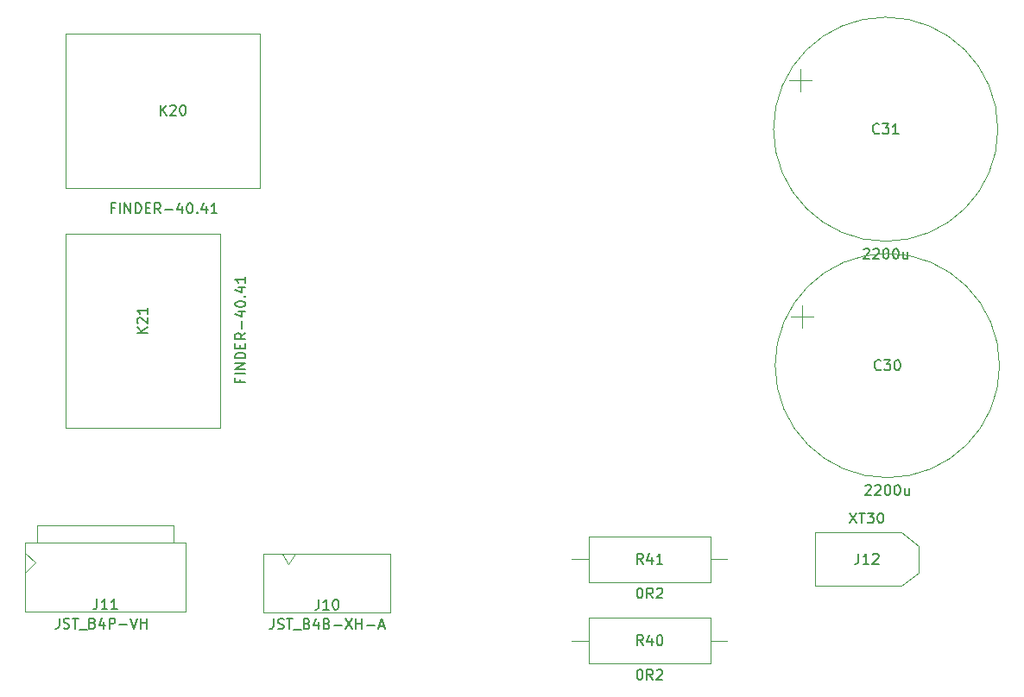
<source format=gbr>
%TF.GenerationSoftware,KiCad,Pcbnew,8.0.7-8.0.7-0~ubuntu20.04.1*%
%TF.CreationDate,2024-12-27T01:05:19+01:00*%
%TF.ProjectId,pcb_power,7063625f-706f-4776-9572-2e6b69636164,1.0.0*%
%TF.SameCoordinates,Original*%
%TF.FileFunction,AssemblyDrawing,Top*%
%FSLAX46Y46*%
G04 Gerber Fmt 4.6, Leading zero omitted, Abs format (unit mm)*
G04 Created by KiCad (PCBNEW 8.0.7-8.0.7-0~ubuntu20.04.1) date 2024-12-27 01:05:19*
%MOMM*%
%LPD*%
G01*
G04 APERTURE LIST*
%ADD10C,0.150000*%
%ADD11C,0.100000*%
G04 APERTURE END LIST*
D10*
X118676190Y-93324819D02*
X118771428Y-93324819D01*
X118771428Y-93324819D02*
X118866666Y-93372438D01*
X118866666Y-93372438D02*
X118914285Y-93420057D01*
X118914285Y-93420057D02*
X118961904Y-93515295D01*
X118961904Y-93515295D02*
X119009523Y-93705771D01*
X119009523Y-93705771D02*
X119009523Y-93943866D01*
X119009523Y-93943866D02*
X118961904Y-94134342D01*
X118961904Y-94134342D02*
X118914285Y-94229580D01*
X118914285Y-94229580D02*
X118866666Y-94277200D01*
X118866666Y-94277200D02*
X118771428Y-94324819D01*
X118771428Y-94324819D02*
X118676190Y-94324819D01*
X118676190Y-94324819D02*
X118580952Y-94277200D01*
X118580952Y-94277200D02*
X118533333Y-94229580D01*
X118533333Y-94229580D02*
X118485714Y-94134342D01*
X118485714Y-94134342D02*
X118438095Y-93943866D01*
X118438095Y-93943866D02*
X118438095Y-93705771D01*
X118438095Y-93705771D02*
X118485714Y-93515295D01*
X118485714Y-93515295D02*
X118533333Y-93420057D01*
X118533333Y-93420057D02*
X118580952Y-93372438D01*
X118580952Y-93372438D02*
X118676190Y-93324819D01*
X120009523Y-94324819D02*
X119676190Y-93848628D01*
X119438095Y-94324819D02*
X119438095Y-93324819D01*
X119438095Y-93324819D02*
X119819047Y-93324819D01*
X119819047Y-93324819D02*
X119914285Y-93372438D01*
X119914285Y-93372438D02*
X119961904Y-93420057D01*
X119961904Y-93420057D02*
X120009523Y-93515295D01*
X120009523Y-93515295D02*
X120009523Y-93658152D01*
X120009523Y-93658152D02*
X119961904Y-93753390D01*
X119961904Y-93753390D02*
X119914285Y-93801009D01*
X119914285Y-93801009D02*
X119819047Y-93848628D01*
X119819047Y-93848628D02*
X119438095Y-93848628D01*
X120390476Y-93420057D02*
X120438095Y-93372438D01*
X120438095Y-93372438D02*
X120533333Y-93324819D01*
X120533333Y-93324819D02*
X120771428Y-93324819D01*
X120771428Y-93324819D02*
X120866666Y-93372438D01*
X120866666Y-93372438D02*
X120914285Y-93420057D01*
X120914285Y-93420057D02*
X120961904Y-93515295D01*
X120961904Y-93515295D02*
X120961904Y-93610533D01*
X120961904Y-93610533D02*
X120914285Y-93753390D01*
X120914285Y-93753390D02*
X120342857Y-94324819D01*
X120342857Y-94324819D02*
X120961904Y-94324819D01*
X119057142Y-90954819D02*
X118723809Y-90478628D01*
X118485714Y-90954819D02*
X118485714Y-89954819D01*
X118485714Y-89954819D02*
X118866666Y-89954819D01*
X118866666Y-89954819D02*
X118961904Y-90002438D01*
X118961904Y-90002438D02*
X119009523Y-90050057D01*
X119009523Y-90050057D02*
X119057142Y-90145295D01*
X119057142Y-90145295D02*
X119057142Y-90288152D01*
X119057142Y-90288152D02*
X119009523Y-90383390D01*
X119009523Y-90383390D02*
X118961904Y-90431009D01*
X118961904Y-90431009D02*
X118866666Y-90478628D01*
X118866666Y-90478628D02*
X118485714Y-90478628D01*
X119914285Y-90288152D02*
X119914285Y-90954819D01*
X119676190Y-89907200D02*
X119438095Y-90621485D01*
X119438095Y-90621485D02*
X120057142Y-90621485D01*
X120628571Y-89954819D02*
X120723809Y-89954819D01*
X120723809Y-89954819D02*
X120819047Y-90002438D01*
X120819047Y-90002438D02*
X120866666Y-90050057D01*
X120866666Y-90050057D02*
X120914285Y-90145295D01*
X120914285Y-90145295D02*
X120961904Y-90335771D01*
X120961904Y-90335771D02*
X120961904Y-90573866D01*
X120961904Y-90573866D02*
X120914285Y-90764342D01*
X120914285Y-90764342D02*
X120866666Y-90859580D01*
X120866666Y-90859580D02*
X120819047Y-90907200D01*
X120819047Y-90907200D02*
X120723809Y-90954819D01*
X120723809Y-90954819D02*
X120628571Y-90954819D01*
X120628571Y-90954819D02*
X120533333Y-90907200D01*
X120533333Y-90907200D02*
X120485714Y-90859580D01*
X120485714Y-90859580D02*
X120438095Y-90764342D01*
X120438095Y-90764342D02*
X120390476Y-90573866D01*
X120390476Y-90573866D02*
X120390476Y-90335771D01*
X120390476Y-90335771D02*
X120438095Y-90145295D01*
X120438095Y-90145295D02*
X120485714Y-90050057D01*
X120485714Y-90050057D02*
X120533333Y-90002438D01*
X120533333Y-90002438D02*
X120628571Y-89954819D01*
X140675502Y-52100057D02*
X140723121Y-52052438D01*
X140723121Y-52052438D02*
X140818359Y-52004819D01*
X140818359Y-52004819D02*
X141056454Y-52004819D01*
X141056454Y-52004819D02*
X141151692Y-52052438D01*
X141151692Y-52052438D02*
X141199311Y-52100057D01*
X141199311Y-52100057D02*
X141246930Y-52195295D01*
X141246930Y-52195295D02*
X141246930Y-52290533D01*
X141246930Y-52290533D02*
X141199311Y-52433390D01*
X141199311Y-52433390D02*
X140627883Y-53004819D01*
X140627883Y-53004819D02*
X141246930Y-53004819D01*
X141627883Y-52100057D02*
X141675502Y-52052438D01*
X141675502Y-52052438D02*
X141770740Y-52004819D01*
X141770740Y-52004819D02*
X142008835Y-52004819D01*
X142008835Y-52004819D02*
X142104073Y-52052438D01*
X142104073Y-52052438D02*
X142151692Y-52100057D01*
X142151692Y-52100057D02*
X142199311Y-52195295D01*
X142199311Y-52195295D02*
X142199311Y-52290533D01*
X142199311Y-52290533D02*
X142151692Y-52433390D01*
X142151692Y-52433390D02*
X141580264Y-53004819D01*
X141580264Y-53004819D02*
X142199311Y-53004819D01*
X142818359Y-52004819D02*
X142913597Y-52004819D01*
X142913597Y-52004819D02*
X143008835Y-52052438D01*
X143008835Y-52052438D02*
X143056454Y-52100057D01*
X143056454Y-52100057D02*
X143104073Y-52195295D01*
X143104073Y-52195295D02*
X143151692Y-52385771D01*
X143151692Y-52385771D02*
X143151692Y-52623866D01*
X143151692Y-52623866D02*
X143104073Y-52814342D01*
X143104073Y-52814342D02*
X143056454Y-52909580D01*
X143056454Y-52909580D02*
X143008835Y-52957200D01*
X143008835Y-52957200D02*
X142913597Y-53004819D01*
X142913597Y-53004819D02*
X142818359Y-53004819D01*
X142818359Y-53004819D02*
X142723121Y-52957200D01*
X142723121Y-52957200D02*
X142675502Y-52909580D01*
X142675502Y-52909580D02*
X142627883Y-52814342D01*
X142627883Y-52814342D02*
X142580264Y-52623866D01*
X142580264Y-52623866D02*
X142580264Y-52385771D01*
X142580264Y-52385771D02*
X142627883Y-52195295D01*
X142627883Y-52195295D02*
X142675502Y-52100057D01*
X142675502Y-52100057D02*
X142723121Y-52052438D01*
X142723121Y-52052438D02*
X142818359Y-52004819D01*
X143770740Y-52004819D02*
X143865978Y-52004819D01*
X143865978Y-52004819D02*
X143961216Y-52052438D01*
X143961216Y-52052438D02*
X144008835Y-52100057D01*
X144008835Y-52100057D02*
X144056454Y-52195295D01*
X144056454Y-52195295D02*
X144104073Y-52385771D01*
X144104073Y-52385771D02*
X144104073Y-52623866D01*
X144104073Y-52623866D02*
X144056454Y-52814342D01*
X144056454Y-52814342D02*
X144008835Y-52909580D01*
X144008835Y-52909580D02*
X143961216Y-52957200D01*
X143961216Y-52957200D02*
X143865978Y-53004819D01*
X143865978Y-53004819D02*
X143770740Y-53004819D01*
X143770740Y-53004819D02*
X143675502Y-52957200D01*
X143675502Y-52957200D02*
X143627883Y-52909580D01*
X143627883Y-52909580D02*
X143580264Y-52814342D01*
X143580264Y-52814342D02*
X143532645Y-52623866D01*
X143532645Y-52623866D02*
X143532645Y-52385771D01*
X143532645Y-52385771D02*
X143580264Y-52195295D01*
X143580264Y-52195295D02*
X143627883Y-52100057D01*
X143627883Y-52100057D02*
X143675502Y-52052438D01*
X143675502Y-52052438D02*
X143770740Y-52004819D01*
X144961216Y-52338152D02*
X144961216Y-53004819D01*
X144532645Y-52338152D02*
X144532645Y-52861961D01*
X144532645Y-52861961D02*
X144580264Y-52957200D01*
X144580264Y-52957200D02*
X144675502Y-53004819D01*
X144675502Y-53004819D02*
X144818359Y-53004819D01*
X144818359Y-53004819D02*
X144913597Y-52957200D01*
X144913597Y-52957200D02*
X144961216Y-52909580D01*
X142199311Y-40659580D02*
X142151692Y-40707200D01*
X142151692Y-40707200D02*
X142008835Y-40754819D01*
X142008835Y-40754819D02*
X141913597Y-40754819D01*
X141913597Y-40754819D02*
X141770740Y-40707200D01*
X141770740Y-40707200D02*
X141675502Y-40611961D01*
X141675502Y-40611961D02*
X141627883Y-40516723D01*
X141627883Y-40516723D02*
X141580264Y-40326247D01*
X141580264Y-40326247D02*
X141580264Y-40183390D01*
X141580264Y-40183390D02*
X141627883Y-39992914D01*
X141627883Y-39992914D02*
X141675502Y-39897676D01*
X141675502Y-39897676D02*
X141770740Y-39802438D01*
X141770740Y-39802438D02*
X141913597Y-39754819D01*
X141913597Y-39754819D02*
X142008835Y-39754819D01*
X142008835Y-39754819D02*
X142151692Y-39802438D01*
X142151692Y-39802438D02*
X142199311Y-39850057D01*
X142532645Y-39754819D02*
X143151692Y-39754819D01*
X143151692Y-39754819D02*
X142818359Y-40135771D01*
X142818359Y-40135771D02*
X142961216Y-40135771D01*
X142961216Y-40135771D02*
X143056454Y-40183390D01*
X143056454Y-40183390D02*
X143104073Y-40231009D01*
X143104073Y-40231009D02*
X143151692Y-40326247D01*
X143151692Y-40326247D02*
X143151692Y-40564342D01*
X143151692Y-40564342D02*
X143104073Y-40659580D01*
X143104073Y-40659580D02*
X143056454Y-40707200D01*
X143056454Y-40707200D02*
X142961216Y-40754819D01*
X142961216Y-40754819D02*
X142675502Y-40754819D01*
X142675502Y-40754819D02*
X142580264Y-40707200D01*
X142580264Y-40707200D02*
X142532645Y-40659580D01*
X144104073Y-40754819D02*
X143532645Y-40754819D01*
X143818359Y-40754819D02*
X143818359Y-39754819D01*
X143818359Y-39754819D02*
X143723121Y-39897676D01*
X143723121Y-39897676D02*
X143627883Y-39992914D01*
X143627883Y-39992914D02*
X143532645Y-40040533D01*
X67216667Y-48031009D02*
X66883334Y-48031009D01*
X66883334Y-48554819D02*
X66883334Y-47554819D01*
X66883334Y-47554819D02*
X67359524Y-47554819D01*
X67740477Y-48554819D02*
X67740477Y-47554819D01*
X68216667Y-48554819D02*
X68216667Y-47554819D01*
X68216667Y-47554819D02*
X68788095Y-48554819D01*
X68788095Y-48554819D02*
X68788095Y-47554819D01*
X69264286Y-48554819D02*
X69264286Y-47554819D01*
X69264286Y-47554819D02*
X69502381Y-47554819D01*
X69502381Y-47554819D02*
X69645238Y-47602438D01*
X69645238Y-47602438D02*
X69740476Y-47697676D01*
X69740476Y-47697676D02*
X69788095Y-47792914D01*
X69788095Y-47792914D02*
X69835714Y-47983390D01*
X69835714Y-47983390D02*
X69835714Y-48126247D01*
X69835714Y-48126247D02*
X69788095Y-48316723D01*
X69788095Y-48316723D02*
X69740476Y-48411961D01*
X69740476Y-48411961D02*
X69645238Y-48507200D01*
X69645238Y-48507200D02*
X69502381Y-48554819D01*
X69502381Y-48554819D02*
X69264286Y-48554819D01*
X70264286Y-48031009D02*
X70597619Y-48031009D01*
X70740476Y-48554819D02*
X70264286Y-48554819D01*
X70264286Y-48554819D02*
X70264286Y-47554819D01*
X70264286Y-47554819D02*
X70740476Y-47554819D01*
X71740476Y-48554819D02*
X71407143Y-48078628D01*
X71169048Y-48554819D02*
X71169048Y-47554819D01*
X71169048Y-47554819D02*
X71550000Y-47554819D01*
X71550000Y-47554819D02*
X71645238Y-47602438D01*
X71645238Y-47602438D02*
X71692857Y-47650057D01*
X71692857Y-47650057D02*
X71740476Y-47745295D01*
X71740476Y-47745295D02*
X71740476Y-47888152D01*
X71740476Y-47888152D02*
X71692857Y-47983390D01*
X71692857Y-47983390D02*
X71645238Y-48031009D01*
X71645238Y-48031009D02*
X71550000Y-48078628D01*
X71550000Y-48078628D02*
X71169048Y-48078628D01*
X72169048Y-48173866D02*
X72930953Y-48173866D01*
X73835714Y-47888152D02*
X73835714Y-48554819D01*
X73597619Y-47507200D02*
X73359524Y-48221485D01*
X73359524Y-48221485D02*
X73978571Y-48221485D01*
X74550000Y-47554819D02*
X74645238Y-47554819D01*
X74645238Y-47554819D02*
X74740476Y-47602438D01*
X74740476Y-47602438D02*
X74788095Y-47650057D01*
X74788095Y-47650057D02*
X74835714Y-47745295D01*
X74835714Y-47745295D02*
X74883333Y-47935771D01*
X74883333Y-47935771D02*
X74883333Y-48173866D01*
X74883333Y-48173866D02*
X74835714Y-48364342D01*
X74835714Y-48364342D02*
X74788095Y-48459580D01*
X74788095Y-48459580D02*
X74740476Y-48507200D01*
X74740476Y-48507200D02*
X74645238Y-48554819D01*
X74645238Y-48554819D02*
X74550000Y-48554819D01*
X74550000Y-48554819D02*
X74454762Y-48507200D01*
X74454762Y-48507200D02*
X74407143Y-48459580D01*
X74407143Y-48459580D02*
X74359524Y-48364342D01*
X74359524Y-48364342D02*
X74311905Y-48173866D01*
X74311905Y-48173866D02*
X74311905Y-47935771D01*
X74311905Y-47935771D02*
X74359524Y-47745295D01*
X74359524Y-47745295D02*
X74407143Y-47650057D01*
X74407143Y-47650057D02*
X74454762Y-47602438D01*
X74454762Y-47602438D02*
X74550000Y-47554819D01*
X75311905Y-48459580D02*
X75359524Y-48507200D01*
X75359524Y-48507200D02*
X75311905Y-48554819D01*
X75311905Y-48554819D02*
X75264286Y-48507200D01*
X75264286Y-48507200D02*
X75311905Y-48459580D01*
X75311905Y-48459580D02*
X75311905Y-48554819D01*
X76216666Y-47888152D02*
X76216666Y-48554819D01*
X75978571Y-47507200D02*
X75740476Y-48221485D01*
X75740476Y-48221485D02*
X76359523Y-48221485D01*
X77264285Y-48554819D02*
X76692857Y-48554819D01*
X76978571Y-48554819D02*
X76978571Y-47554819D01*
X76978571Y-47554819D02*
X76883333Y-47697676D01*
X76883333Y-47697676D02*
X76788095Y-47792914D01*
X76788095Y-47792914D02*
X76692857Y-47840533D01*
X71735714Y-38929819D02*
X71735714Y-37929819D01*
X72307142Y-38929819D02*
X71878571Y-38358390D01*
X72307142Y-37929819D02*
X71735714Y-38501247D01*
X72688095Y-38025057D02*
X72735714Y-37977438D01*
X72735714Y-37977438D02*
X72830952Y-37929819D01*
X72830952Y-37929819D02*
X73069047Y-37929819D01*
X73069047Y-37929819D02*
X73164285Y-37977438D01*
X73164285Y-37977438D02*
X73211904Y-38025057D01*
X73211904Y-38025057D02*
X73259523Y-38120295D01*
X73259523Y-38120295D02*
X73259523Y-38215533D01*
X73259523Y-38215533D02*
X73211904Y-38358390D01*
X73211904Y-38358390D02*
X72640476Y-38929819D01*
X72640476Y-38929819D02*
X73259523Y-38929819D01*
X73878571Y-37929819D02*
X73973809Y-37929819D01*
X73973809Y-37929819D02*
X74069047Y-37977438D01*
X74069047Y-37977438D02*
X74116666Y-38025057D01*
X74116666Y-38025057D02*
X74164285Y-38120295D01*
X74164285Y-38120295D02*
X74211904Y-38310771D01*
X74211904Y-38310771D02*
X74211904Y-38548866D01*
X74211904Y-38548866D02*
X74164285Y-38739342D01*
X74164285Y-38739342D02*
X74116666Y-38834580D01*
X74116666Y-38834580D02*
X74069047Y-38882200D01*
X74069047Y-38882200D02*
X73973809Y-38929819D01*
X73973809Y-38929819D02*
X73878571Y-38929819D01*
X73878571Y-38929819D02*
X73783333Y-38882200D01*
X73783333Y-38882200D02*
X73735714Y-38834580D01*
X73735714Y-38834580D02*
X73688095Y-38739342D01*
X73688095Y-38739342D02*
X73640476Y-38548866D01*
X73640476Y-38548866D02*
X73640476Y-38310771D01*
X73640476Y-38310771D02*
X73688095Y-38120295D01*
X73688095Y-38120295D02*
X73735714Y-38025057D01*
X73735714Y-38025057D02*
X73783333Y-37977438D01*
X73783333Y-37977438D02*
X73878571Y-37929819D01*
X79531009Y-64833332D02*
X79531009Y-65166665D01*
X80054819Y-65166665D02*
X79054819Y-65166665D01*
X79054819Y-65166665D02*
X79054819Y-64690475D01*
X80054819Y-64309522D02*
X79054819Y-64309522D01*
X80054819Y-63833332D02*
X79054819Y-63833332D01*
X79054819Y-63833332D02*
X80054819Y-63261904D01*
X80054819Y-63261904D02*
X79054819Y-63261904D01*
X80054819Y-62785713D02*
X79054819Y-62785713D01*
X79054819Y-62785713D02*
X79054819Y-62547618D01*
X79054819Y-62547618D02*
X79102438Y-62404761D01*
X79102438Y-62404761D02*
X79197676Y-62309523D01*
X79197676Y-62309523D02*
X79292914Y-62261904D01*
X79292914Y-62261904D02*
X79483390Y-62214285D01*
X79483390Y-62214285D02*
X79626247Y-62214285D01*
X79626247Y-62214285D02*
X79816723Y-62261904D01*
X79816723Y-62261904D02*
X79911961Y-62309523D01*
X79911961Y-62309523D02*
X80007200Y-62404761D01*
X80007200Y-62404761D02*
X80054819Y-62547618D01*
X80054819Y-62547618D02*
X80054819Y-62785713D01*
X79531009Y-61785713D02*
X79531009Y-61452380D01*
X80054819Y-61309523D02*
X80054819Y-61785713D01*
X80054819Y-61785713D02*
X79054819Y-61785713D01*
X79054819Y-61785713D02*
X79054819Y-61309523D01*
X80054819Y-60309523D02*
X79578628Y-60642856D01*
X80054819Y-60880951D02*
X79054819Y-60880951D01*
X79054819Y-60880951D02*
X79054819Y-60499999D01*
X79054819Y-60499999D02*
X79102438Y-60404761D01*
X79102438Y-60404761D02*
X79150057Y-60357142D01*
X79150057Y-60357142D02*
X79245295Y-60309523D01*
X79245295Y-60309523D02*
X79388152Y-60309523D01*
X79388152Y-60309523D02*
X79483390Y-60357142D01*
X79483390Y-60357142D02*
X79531009Y-60404761D01*
X79531009Y-60404761D02*
X79578628Y-60499999D01*
X79578628Y-60499999D02*
X79578628Y-60880951D01*
X79673866Y-59880951D02*
X79673866Y-59119047D01*
X79388152Y-58214285D02*
X80054819Y-58214285D01*
X79007200Y-58452380D02*
X79721485Y-58690475D01*
X79721485Y-58690475D02*
X79721485Y-58071428D01*
X79054819Y-57499999D02*
X79054819Y-57404761D01*
X79054819Y-57404761D02*
X79102438Y-57309523D01*
X79102438Y-57309523D02*
X79150057Y-57261904D01*
X79150057Y-57261904D02*
X79245295Y-57214285D01*
X79245295Y-57214285D02*
X79435771Y-57166666D01*
X79435771Y-57166666D02*
X79673866Y-57166666D01*
X79673866Y-57166666D02*
X79864342Y-57214285D01*
X79864342Y-57214285D02*
X79959580Y-57261904D01*
X79959580Y-57261904D02*
X80007200Y-57309523D01*
X80007200Y-57309523D02*
X80054819Y-57404761D01*
X80054819Y-57404761D02*
X80054819Y-57499999D01*
X80054819Y-57499999D02*
X80007200Y-57595237D01*
X80007200Y-57595237D02*
X79959580Y-57642856D01*
X79959580Y-57642856D02*
X79864342Y-57690475D01*
X79864342Y-57690475D02*
X79673866Y-57738094D01*
X79673866Y-57738094D02*
X79435771Y-57738094D01*
X79435771Y-57738094D02*
X79245295Y-57690475D01*
X79245295Y-57690475D02*
X79150057Y-57642856D01*
X79150057Y-57642856D02*
X79102438Y-57595237D01*
X79102438Y-57595237D02*
X79054819Y-57499999D01*
X79959580Y-56738094D02*
X80007200Y-56690475D01*
X80007200Y-56690475D02*
X80054819Y-56738094D01*
X80054819Y-56738094D02*
X80007200Y-56785713D01*
X80007200Y-56785713D02*
X79959580Y-56738094D01*
X79959580Y-56738094D02*
X80054819Y-56738094D01*
X79388152Y-55833333D02*
X80054819Y-55833333D01*
X79007200Y-56071428D02*
X79721485Y-56309523D01*
X79721485Y-56309523D02*
X79721485Y-55690476D01*
X80054819Y-54785714D02*
X80054819Y-55357142D01*
X80054819Y-55071428D02*
X79054819Y-55071428D01*
X79054819Y-55071428D02*
X79197676Y-55166666D01*
X79197676Y-55166666D02*
X79292914Y-55261904D01*
X79292914Y-55261904D02*
X79340533Y-55357142D01*
X70429819Y-60314285D02*
X69429819Y-60314285D01*
X70429819Y-59742857D02*
X69858390Y-60171428D01*
X69429819Y-59742857D02*
X70001247Y-60314285D01*
X69525057Y-59361904D02*
X69477438Y-59314285D01*
X69477438Y-59314285D02*
X69429819Y-59219047D01*
X69429819Y-59219047D02*
X69429819Y-58980952D01*
X69429819Y-58980952D02*
X69477438Y-58885714D01*
X69477438Y-58885714D02*
X69525057Y-58838095D01*
X69525057Y-58838095D02*
X69620295Y-58790476D01*
X69620295Y-58790476D02*
X69715533Y-58790476D01*
X69715533Y-58790476D02*
X69858390Y-58838095D01*
X69858390Y-58838095D02*
X70429819Y-59409523D01*
X70429819Y-59409523D02*
X70429819Y-58790476D01*
X70429819Y-57838095D02*
X70429819Y-58409523D01*
X70429819Y-58123809D02*
X69429819Y-58123809D01*
X69429819Y-58123809D02*
X69572676Y-58219047D01*
X69572676Y-58219047D02*
X69667914Y-58314285D01*
X69667914Y-58314285D02*
X69715533Y-58409523D01*
X82811904Y-88354819D02*
X82811904Y-89069104D01*
X82811904Y-89069104D02*
X82764285Y-89211961D01*
X82764285Y-89211961D02*
X82669047Y-89307200D01*
X82669047Y-89307200D02*
X82526190Y-89354819D01*
X82526190Y-89354819D02*
X82430952Y-89354819D01*
X83240476Y-89307200D02*
X83383333Y-89354819D01*
X83383333Y-89354819D02*
X83621428Y-89354819D01*
X83621428Y-89354819D02*
X83716666Y-89307200D01*
X83716666Y-89307200D02*
X83764285Y-89259580D01*
X83764285Y-89259580D02*
X83811904Y-89164342D01*
X83811904Y-89164342D02*
X83811904Y-89069104D01*
X83811904Y-89069104D02*
X83764285Y-88973866D01*
X83764285Y-88973866D02*
X83716666Y-88926247D01*
X83716666Y-88926247D02*
X83621428Y-88878628D01*
X83621428Y-88878628D02*
X83430952Y-88831009D01*
X83430952Y-88831009D02*
X83335714Y-88783390D01*
X83335714Y-88783390D02*
X83288095Y-88735771D01*
X83288095Y-88735771D02*
X83240476Y-88640533D01*
X83240476Y-88640533D02*
X83240476Y-88545295D01*
X83240476Y-88545295D02*
X83288095Y-88450057D01*
X83288095Y-88450057D02*
X83335714Y-88402438D01*
X83335714Y-88402438D02*
X83430952Y-88354819D01*
X83430952Y-88354819D02*
X83669047Y-88354819D01*
X83669047Y-88354819D02*
X83811904Y-88402438D01*
X84097619Y-88354819D02*
X84669047Y-88354819D01*
X84383333Y-89354819D02*
X84383333Y-88354819D01*
X84764286Y-89450057D02*
X85526190Y-89450057D01*
X86097619Y-88831009D02*
X86240476Y-88878628D01*
X86240476Y-88878628D02*
X86288095Y-88926247D01*
X86288095Y-88926247D02*
X86335714Y-89021485D01*
X86335714Y-89021485D02*
X86335714Y-89164342D01*
X86335714Y-89164342D02*
X86288095Y-89259580D01*
X86288095Y-89259580D02*
X86240476Y-89307200D01*
X86240476Y-89307200D02*
X86145238Y-89354819D01*
X86145238Y-89354819D02*
X85764286Y-89354819D01*
X85764286Y-89354819D02*
X85764286Y-88354819D01*
X85764286Y-88354819D02*
X86097619Y-88354819D01*
X86097619Y-88354819D02*
X86192857Y-88402438D01*
X86192857Y-88402438D02*
X86240476Y-88450057D01*
X86240476Y-88450057D02*
X86288095Y-88545295D01*
X86288095Y-88545295D02*
X86288095Y-88640533D01*
X86288095Y-88640533D02*
X86240476Y-88735771D01*
X86240476Y-88735771D02*
X86192857Y-88783390D01*
X86192857Y-88783390D02*
X86097619Y-88831009D01*
X86097619Y-88831009D02*
X85764286Y-88831009D01*
X87192857Y-88688152D02*
X87192857Y-89354819D01*
X86954762Y-88307200D02*
X86716667Y-89021485D01*
X86716667Y-89021485D02*
X87335714Y-89021485D01*
X88050000Y-88831009D02*
X88192857Y-88878628D01*
X88192857Y-88878628D02*
X88240476Y-88926247D01*
X88240476Y-88926247D02*
X88288095Y-89021485D01*
X88288095Y-89021485D02*
X88288095Y-89164342D01*
X88288095Y-89164342D02*
X88240476Y-89259580D01*
X88240476Y-89259580D02*
X88192857Y-89307200D01*
X88192857Y-89307200D02*
X88097619Y-89354819D01*
X88097619Y-89354819D02*
X87716667Y-89354819D01*
X87716667Y-89354819D02*
X87716667Y-88354819D01*
X87716667Y-88354819D02*
X88050000Y-88354819D01*
X88050000Y-88354819D02*
X88145238Y-88402438D01*
X88145238Y-88402438D02*
X88192857Y-88450057D01*
X88192857Y-88450057D02*
X88240476Y-88545295D01*
X88240476Y-88545295D02*
X88240476Y-88640533D01*
X88240476Y-88640533D02*
X88192857Y-88735771D01*
X88192857Y-88735771D02*
X88145238Y-88783390D01*
X88145238Y-88783390D02*
X88050000Y-88831009D01*
X88050000Y-88831009D02*
X87716667Y-88831009D01*
X88716667Y-88973866D02*
X89478572Y-88973866D01*
X89859524Y-88354819D02*
X90526190Y-89354819D01*
X90526190Y-88354819D02*
X89859524Y-89354819D01*
X90907143Y-89354819D02*
X90907143Y-88354819D01*
X90907143Y-88831009D02*
X91478571Y-88831009D01*
X91478571Y-89354819D02*
X91478571Y-88354819D01*
X91954762Y-88973866D02*
X92716667Y-88973866D01*
X93145238Y-89069104D02*
X93621428Y-89069104D01*
X93050000Y-89354819D02*
X93383333Y-88354819D01*
X93383333Y-88354819D02*
X93716666Y-89354819D01*
X87240476Y-86454819D02*
X87240476Y-87169104D01*
X87240476Y-87169104D02*
X87192857Y-87311961D01*
X87192857Y-87311961D02*
X87097619Y-87407200D01*
X87097619Y-87407200D02*
X86954762Y-87454819D01*
X86954762Y-87454819D02*
X86859524Y-87454819D01*
X88240476Y-87454819D02*
X87669048Y-87454819D01*
X87954762Y-87454819D02*
X87954762Y-86454819D01*
X87954762Y-86454819D02*
X87859524Y-86597676D01*
X87859524Y-86597676D02*
X87764286Y-86692914D01*
X87764286Y-86692914D02*
X87669048Y-86740533D01*
X88859524Y-86454819D02*
X88954762Y-86454819D01*
X88954762Y-86454819D02*
X89050000Y-86502438D01*
X89050000Y-86502438D02*
X89097619Y-86550057D01*
X89097619Y-86550057D02*
X89145238Y-86645295D01*
X89145238Y-86645295D02*
X89192857Y-86835771D01*
X89192857Y-86835771D02*
X89192857Y-87073866D01*
X89192857Y-87073866D02*
X89145238Y-87264342D01*
X89145238Y-87264342D02*
X89097619Y-87359580D01*
X89097619Y-87359580D02*
X89050000Y-87407200D01*
X89050000Y-87407200D02*
X88954762Y-87454819D01*
X88954762Y-87454819D02*
X88859524Y-87454819D01*
X88859524Y-87454819D02*
X88764286Y-87407200D01*
X88764286Y-87407200D02*
X88716667Y-87359580D01*
X88716667Y-87359580D02*
X88669048Y-87264342D01*
X88669048Y-87264342D02*
X88621429Y-87073866D01*
X88621429Y-87073866D02*
X88621429Y-86835771D01*
X88621429Y-86835771D02*
X88669048Y-86645295D01*
X88669048Y-86645295D02*
X88716667Y-86550057D01*
X88716667Y-86550057D02*
X88764286Y-86502438D01*
X88764286Y-86502438D02*
X88859524Y-86454819D01*
X139333333Y-77954819D02*
X139999999Y-78954819D01*
X139999999Y-77954819D02*
X139333333Y-78954819D01*
X140238095Y-77954819D02*
X140809523Y-77954819D01*
X140523809Y-78954819D02*
X140523809Y-77954819D01*
X141047619Y-77954819D02*
X141666666Y-77954819D01*
X141666666Y-77954819D02*
X141333333Y-78335771D01*
X141333333Y-78335771D02*
X141476190Y-78335771D01*
X141476190Y-78335771D02*
X141571428Y-78383390D01*
X141571428Y-78383390D02*
X141619047Y-78431009D01*
X141619047Y-78431009D02*
X141666666Y-78526247D01*
X141666666Y-78526247D02*
X141666666Y-78764342D01*
X141666666Y-78764342D02*
X141619047Y-78859580D01*
X141619047Y-78859580D02*
X141571428Y-78907200D01*
X141571428Y-78907200D02*
X141476190Y-78954819D01*
X141476190Y-78954819D02*
X141190476Y-78954819D01*
X141190476Y-78954819D02*
X141095238Y-78907200D01*
X141095238Y-78907200D02*
X141047619Y-78859580D01*
X142285714Y-77954819D02*
X142380952Y-77954819D01*
X142380952Y-77954819D02*
X142476190Y-78002438D01*
X142476190Y-78002438D02*
X142523809Y-78050057D01*
X142523809Y-78050057D02*
X142571428Y-78145295D01*
X142571428Y-78145295D02*
X142619047Y-78335771D01*
X142619047Y-78335771D02*
X142619047Y-78573866D01*
X142619047Y-78573866D02*
X142571428Y-78764342D01*
X142571428Y-78764342D02*
X142523809Y-78859580D01*
X142523809Y-78859580D02*
X142476190Y-78907200D01*
X142476190Y-78907200D02*
X142380952Y-78954819D01*
X142380952Y-78954819D02*
X142285714Y-78954819D01*
X142285714Y-78954819D02*
X142190476Y-78907200D01*
X142190476Y-78907200D02*
X142142857Y-78859580D01*
X142142857Y-78859580D02*
X142095238Y-78764342D01*
X142095238Y-78764342D02*
X142047619Y-78573866D01*
X142047619Y-78573866D02*
X142047619Y-78335771D01*
X142047619Y-78335771D02*
X142095238Y-78145295D01*
X142095238Y-78145295D02*
X142142857Y-78050057D01*
X142142857Y-78050057D02*
X142190476Y-78002438D01*
X142190476Y-78002438D02*
X142285714Y-77954819D01*
X140190476Y-81954819D02*
X140190476Y-82669104D01*
X140190476Y-82669104D02*
X140142857Y-82811961D01*
X140142857Y-82811961D02*
X140047619Y-82907200D01*
X140047619Y-82907200D02*
X139904762Y-82954819D01*
X139904762Y-82954819D02*
X139809524Y-82954819D01*
X141190476Y-82954819D02*
X140619048Y-82954819D01*
X140904762Y-82954819D02*
X140904762Y-81954819D01*
X140904762Y-81954819D02*
X140809524Y-82097676D01*
X140809524Y-82097676D02*
X140714286Y-82192914D01*
X140714286Y-82192914D02*
X140619048Y-82240533D01*
X141571429Y-82050057D02*
X141619048Y-82002438D01*
X141619048Y-82002438D02*
X141714286Y-81954819D01*
X141714286Y-81954819D02*
X141952381Y-81954819D01*
X141952381Y-81954819D02*
X142047619Y-82002438D01*
X142047619Y-82002438D02*
X142095238Y-82050057D01*
X142095238Y-82050057D02*
X142142857Y-82145295D01*
X142142857Y-82145295D02*
X142142857Y-82240533D01*
X142142857Y-82240533D02*
X142095238Y-82383390D01*
X142095238Y-82383390D02*
X141523810Y-82954819D01*
X141523810Y-82954819D02*
X142142857Y-82954819D01*
X140833333Y-75300057D02*
X140880952Y-75252438D01*
X140880952Y-75252438D02*
X140976190Y-75204819D01*
X140976190Y-75204819D02*
X141214285Y-75204819D01*
X141214285Y-75204819D02*
X141309523Y-75252438D01*
X141309523Y-75252438D02*
X141357142Y-75300057D01*
X141357142Y-75300057D02*
X141404761Y-75395295D01*
X141404761Y-75395295D02*
X141404761Y-75490533D01*
X141404761Y-75490533D02*
X141357142Y-75633390D01*
X141357142Y-75633390D02*
X140785714Y-76204819D01*
X140785714Y-76204819D02*
X141404761Y-76204819D01*
X141785714Y-75300057D02*
X141833333Y-75252438D01*
X141833333Y-75252438D02*
X141928571Y-75204819D01*
X141928571Y-75204819D02*
X142166666Y-75204819D01*
X142166666Y-75204819D02*
X142261904Y-75252438D01*
X142261904Y-75252438D02*
X142309523Y-75300057D01*
X142309523Y-75300057D02*
X142357142Y-75395295D01*
X142357142Y-75395295D02*
X142357142Y-75490533D01*
X142357142Y-75490533D02*
X142309523Y-75633390D01*
X142309523Y-75633390D02*
X141738095Y-76204819D01*
X141738095Y-76204819D02*
X142357142Y-76204819D01*
X142976190Y-75204819D02*
X143071428Y-75204819D01*
X143071428Y-75204819D02*
X143166666Y-75252438D01*
X143166666Y-75252438D02*
X143214285Y-75300057D01*
X143214285Y-75300057D02*
X143261904Y-75395295D01*
X143261904Y-75395295D02*
X143309523Y-75585771D01*
X143309523Y-75585771D02*
X143309523Y-75823866D01*
X143309523Y-75823866D02*
X143261904Y-76014342D01*
X143261904Y-76014342D02*
X143214285Y-76109580D01*
X143214285Y-76109580D02*
X143166666Y-76157200D01*
X143166666Y-76157200D02*
X143071428Y-76204819D01*
X143071428Y-76204819D02*
X142976190Y-76204819D01*
X142976190Y-76204819D02*
X142880952Y-76157200D01*
X142880952Y-76157200D02*
X142833333Y-76109580D01*
X142833333Y-76109580D02*
X142785714Y-76014342D01*
X142785714Y-76014342D02*
X142738095Y-75823866D01*
X142738095Y-75823866D02*
X142738095Y-75585771D01*
X142738095Y-75585771D02*
X142785714Y-75395295D01*
X142785714Y-75395295D02*
X142833333Y-75300057D01*
X142833333Y-75300057D02*
X142880952Y-75252438D01*
X142880952Y-75252438D02*
X142976190Y-75204819D01*
X143928571Y-75204819D02*
X144023809Y-75204819D01*
X144023809Y-75204819D02*
X144119047Y-75252438D01*
X144119047Y-75252438D02*
X144166666Y-75300057D01*
X144166666Y-75300057D02*
X144214285Y-75395295D01*
X144214285Y-75395295D02*
X144261904Y-75585771D01*
X144261904Y-75585771D02*
X144261904Y-75823866D01*
X144261904Y-75823866D02*
X144214285Y-76014342D01*
X144214285Y-76014342D02*
X144166666Y-76109580D01*
X144166666Y-76109580D02*
X144119047Y-76157200D01*
X144119047Y-76157200D02*
X144023809Y-76204819D01*
X144023809Y-76204819D02*
X143928571Y-76204819D01*
X143928571Y-76204819D02*
X143833333Y-76157200D01*
X143833333Y-76157200D02*
X143785714Y-76109580D01*
X143785714Y-76109580D02*
X143738095Y-76014342D01*
X143738095Y-76014342D02*
X143690476Y-75823866D01*
X143690476Y-75823866D02*
X143690476Y-75585771D01*
X143690476Y-75585771D02*
X143738095Y-75395295D01*
X143738095Y-75395295D02*
X143785714Y-75300057D01*
X143785714Y-75300057D02*
X143833333Y-75252438D01*
X143833333Y-75252438D02*
X143928571Y-75204819D01*
X145119047Y-75538152D02*
X145119047Y-76204819D01*
X144690476Y-75538152D02*
X144690476Y-76061961D01*
X144690476Y-76061961D02*
X144738095Y-76157200D01*
X144738095Y-76157200D02*
X144833333Y-76204819D01*
X144833333Y-76204819D02*
X144976190Y-76204819D01*
X144976190Y-76204819D02*
X145071428Y-76157200D01*
X145071428Y-76157200D02*
X145119047Y-76109580D01*
X142357142Y-63859580D02*
X142309523Y-63907200D01*
X142309523Y-63907200D02*
X142166666Y-63954819D01*
X142166666Y-63954819D02*
X142071428Y-63954819D01*
X142071428Y-63954819D02*
X141928571Y-63907200D01*
X141928571Y-63907200D02*
X141833333Y-63811961D01*
X141833333Y-63811961D02*
X141785714Y-63716723D01*
X141785714Y-63716723D02*
X141738095Y-63526247D01*
X141738095Y-63526247D02*
X141738095Y-63383390D01*
X141738095Y-63383390D02*
X141785714Y-63192914D01*
X141785714Y-63192914D02*
X141833333Y-63097676D01*
X141833333Y-63097676D02*
X141928571Y-63002438D01*
X141928571Y-63002438D02*
X142071428Y-62954819D01*
X142071428Y-62954819D02*
X142166666Y-62954819D01*
X142166666Y-62954819D02*
X142309523Y-63002438D01*
X142309523Y-63002438D02*
X142357142Y-63050057D01*
X142690476Y-62954819D02*
X143309523Y-62954819D01*
X143309523Y-62954819D02*
X142976190Y-63335771D01*
X142976190Y-63335771D02*
X143119047Y-63335771D01*
X143119047Y-63335771D02*
X143214285Y-63383390D01*
X143214285Y-63383390D02*
X143261904Y-63431009D01*
X143261904Y-63431009D02*
X143309523Y-63526247D01*
X143309523Y-63526247D02*
X143309523Y-63764342D01*
X143309523Y-63764342D02*
X143261904Y-63859580D01*
X143261904Y-63859580D02*
X143214285Y-63907200D01*
X143214285Y-63907200D02*
X143119047Y-63954819D01*
X143119047Y-63954819D02*
X142833333Y-63954819D01*
X142833333Y-63954819D02*
X142738095Y-63907200D01*
X142738095Y-63907200D02*
X142690476Y-63859580D01*
X143928571Y-62954819D02*
X144023809Y-62954819D01*
X144023809Y-62954819D02*
X144119047Y-63002438D01*
X144119047Y-63002438D02*
X144166666Y-63050057D01*
X144166666Y-63050057D02*
X144214285Y-63145295D01*
X144214285Y-63145295D02*
X144261904Y-63335771D01*
X144261904Y-63335771D02*
X144261904Y-63573866D01*
X144261904Y-63573866D02*
X144214285Y-63764342D01*
X144214285Y-63764342D02*
X144166666Y-63859580D01*
X144166666Y-63859580D02*
X144119047Y-63907200D01*
X144119047Y-63907200D02*
X144023809Y-63954819D01*
X144023809Y-63954819D02*
X143928571Y-63954819D01*
X143928571Y-63954819D02*
X143833333Y-63907200D01*
X143833333Y-63907200D02*
X143785714Y-63859580D01*
X143785714Y-63859580D02*
X143738095Y-63764342D01*
X143738095Y-63764342D02*
X143690476Y-63573866D01*
X143690476Y-63573866D02*
X143690476Y-63335771D01*
X143690476Y-63335771D02*
X143738095Y-63145295D01*
X143738095Y-63145295D02*
X143785714Y-63050057D01*
X143785714Y-63050057D02*
X143833333Y-63002438D01*
X143833333Y-63002438D02*
X143928571Y-62954819D01*
X118676190Y-85324819D02*
X118771428Y-85324819D01*
X118771428Y-85324819D02*
X118866666Y-85372438D01*
X118866666Y-85372438D02*
X118914285Y-85420057D01*
X118914285Y-85420057D02*
X118961904Y-85515295D01*
X118961904Y-85515295D02*
X119009523Y-85705771D01*
X119009523Y-85705771D02*
X119009523Y-85943866D01*
X119009523Y-85943866D02*
X118961904Y-86134342D01*
X118961904Y-86134342D02*
X118914285Y-86229580D01*
X118914285Y-86229580D02*
X118866666Y-86277200D01*
X118866666Y-86277200D02*
X118771428Y-86324819D01*
X118771428Y-86324819D02*
X118676190Y-86324819D01*
X118676190Y-86324819D02*
X118580952Y-86277200D01*
X118580952Y-86277200D02*
X118533333Y-86229580D01*
X118533333Y-86229580D02*
X118485714Y-86134342D01*
X118485714Y-86134342D02*
X118438095Y-85943866D01*
X118438095Y-85943866D02*
X118438095Y-85705771D01*
X118438095Y-85705771D02*
X118485714Y-85515295D01*
X118485714Y-85515295D02*
X118533333Y-85420057D01*
X118533333Y-85420057D02*
X118580952Y-85372438D01*
X118580952Y-85372438D02*
X118676190Y-85324819D01*
X120009523Y-86324819D02*
X119676190Y-85848628D01*
X119438095Y-86324819D02*
X119438095Y-85324819D01*
X119438095Y-85324819D02*
X119819047Y-85324819D01*
X119819047Y-85324819D02*
X119914285Y-85372438D01*
X119914285Y-85372438D02*
X119961904Y-85420057D01*
X119961904Y-85420057D02*
X120009523Y-85515295D01*
X120009523Y-85515295D02*
X120009523Y-85658152D01*
X120009523Y-85658152D02*
X119961904Y-85753390D01*
X119961904Y-85753390D02*
X119914285Y-85801009D01*
X119914285Y-85801009D02*
X119819047Y-85848628D01*
X119819047Y-85848628D02*
X119438095Y-85848628D01*
X120390476Y-85420057D02*
X120438095Y-85372438D01*
X120438095Y-85372438D02*
X120533333Y-85324819D01*
X120533333Y-85324819D02*
X120771428Y-85324819D01*
X120771428Y-85324819D02*
X120866666Y-85372438D01*
X120866666Y-85372438D02*
X120914285Y-85420057D01*
X120914285Y-85420057D02*
X120961904Y-85515295D01*
X120961904Y-85515295D02*
X120961904Y-85610533D01*
X120961904Y-85610533D02*
X120914285Y-85753390D01*
X120914285Y-85753390D02*
X120342857Y-86324819D01*
X120342857Y-86324819D02*
X120961904Y-86324819D01*
X119057142Y-82954819D02*
X118723809Y-82478628D01*
X118485714Y-82954819D02*
X118485714Y-81954819D01*
X118485714Y-81954819D02*
X118866666Y-81954819D01*
X118866666Y-81954819D02*
X118961904Y-82002438D01*
X118961904Y-82002438D02*
X119009523Y-82050057D01*
X119009523Y-82050057D02*
X119057142Y-82145295D01*
X119057142Y-82145295D02*
X119057142Y-82288152D01*
X119057142Y-82288152D02*
X119009523Y-82383390D01*
X119009523Y-82383390D02*
X118961904Y-82431009D01*
X118961904Y-82431009D02*
X118866666Y-82478628D01*
X118866666Y-82478628D02*
X118485714Y-82478628D01*
X119914285Y-82288152D02*
X119914285Y-82954819D01*
X119676190Y-81907200D02*
X119438095Y-82621485D01*
X119438095Y-82621485D02*
X120057142Y-82621485D01*
X120961904Y-82954819D02*
X120390476Y-82954819D01*
X120676190Y-82954819D02*
X120676190Y-81954819D01*
X120676190Y-81954819D02*
X120580952Y-82097676D01*
X120580952Y-82097676D02*
X120485714Y-82192914D01*
X120485714Y-82192914D02*
X120390476Y-82240533D01*
X61798690Y-88304819D02*
X61798690Y-89019104D01*
X61798690Y-89019104D02*
X61751071Y-89161961D01*
X61751071Y-89161961D02*
X61655833Y-89257200D01*
X61655833Y-89257200D02*
X61512976Y-89304819D01*
X61512976Y-89304819D02*
X61417738Y-89304819D01*
X62227262Y-89257200D02*
X62370119Y-89304819D01*
X62370119Y-89304819D02*
X62608214Y-89304819D01*
X62608214Y-89304819D02*
X62703452Y-89257200D01*
X62703452Y-89257200D02*
X62751071Y-89209580D01*
X62751071Y-89209580D02*
X62798690Y-89114342D01*
X62798690Y-89114342D02*
X62798690Y-89019104D01*
X62798690Y-89019104D02*
X62751071Y-88923866D01*
X62751071Y-88923866D02*
X62703452Y-88876247D01*
X62703452Y-88876247D02*
X62608214Y-88828628D01*
X62608214Y-88828628D02*
X62417738Y-88781009D01*
X62417738Y-88781009D02*
X62322500Y-88733390D01*
X62322500Y-88733390D02*
X62274881Y-88685771D01*
X62274881Y-88685771D02*
X62227262Y-88590533D01*
X62227262Y-88590533D02*
X62227262Y-88495295D01*
X62227262Y-88495295D02*
X62274881Y-88400057D01*
X62274881Y-88400057D02*
X62322500Y-88352438D01*
X62322500Y-88352438D02*
X62417738Y-88304819D01*
X62417738Y-88304819D02*
X62655833Y-88304819D01*
X62655833Y-88304819D02*
X62798690Y-88352438D01*
X63084405Y-88304819D02*
X63655833Y-88304819D01*
X63370119Y-89304819D02*
X63370119Y-88304819D01*
X63751072Y-89400057D02*
X64512976Y-89400057D01*
X65084405Y-88781009D02*
X65227262Y-88828628D01*
X65227262Y-88828628D02*
X65274881Y-88876247D01*
X65274881Y-88876247D02*
X65322500Y-88971485D01*
X65322500Y-88971485D02*
X65322500Y-89114342D01*
X65322500Y-89114342D02*
X65274881Y-89209580D01*
X65274881Y-89209580D02*
X65227262Y-89257200D01*
X65227262Y-89257200D02*
X65132024Y-89304819D01*
X65132024Y-89304819D02*
X64751072Y-89304819D01*
X64751072Y-89304819D02*
X64751072Y-88304819D01*
X64751072Y-88304819D02*
X65084405Y-88304819D01*
X65084405Y-88304819D02*
X65179643Y-88352438D01*
X65179643Y-88352438D02*
X65227262Y-88400057D01*
X65227262Y-88400057D02*
X65274881Y-88495295D01*
X65274881Y-88495295D02*
X65274881Y-88590533D01*
X65274881Y-88590533D02*
X65227262Y-88685771D01*
X65227262Y-88685771D02*
X65179643Y-88733390D01*
X65179643Y-88733390D02*
X65084405Y-88781009D01*
X65084405Y-88781009D02*
X64751072Y-88781009D01*
X66179643Y-88638152D02*
X66179643Y-89304819D01*
X65941548Y-88257200D02*
X65703453Y-88971485D01*
X65703453Y-88971485D02*
X66322500Y-88971485D01*
X66703453Y-89304819D02*
X66703453Y-88304819D01*
X66703453Y-88304819D02*
X67084405Y-88304819D01*
X67084405Y-88304819D02*
X67179643Y-88352438D01*
X67179643Y-88352438D02*
X67227262Y-88400057D01*
X67227262Y-88400057D02*
X67274881Y-88495295D01*
X67274881Y-88495295D02*
X67274881Y-88638152D01*
X67274881Y-88638152D02*
X67227262Y-88733390D01*
X67227262Y-88733390D02*
X67179643Y-88781009D01*
X67179643Y-88781009D02*
X67084405Y-88828628D01*
X67084405Y-88828628D02*
X66703453Y-88828628D01*
X67703453Y-88923866D02*
X68465358Y-88923866D01*
X68798691Y-88304819D02*
X69132024Y-89304819D01*
X69132024Y-89304819D02*
X69465357Y-88304819D01*
X69798691Y-89304819D02*
X69798691Y-88304819D01*
X69798691Y-88781009D02*
X70370119Y-88781009D01*
X70370119Y-89304819D02*
X70370119Y-88304819D01*
X65512976Y-86404819D02*
X65512976Y-87119104D01*
X65512976Y-87119104D02*
X65465357Y-87261961D01*
X65465357Y-87261961D02*
X65370119Y-87357200D01*
X65370119Y-87357200D02*
X65227262Y-87404819D01*
X65227262Y-87404819D02*
X65132024Y-87404819D01*
X66512976Y-87404819D02*
X65941548Y-87404819D01*
X66227262Y-87404819D02*
X66227262Y-86404819D01*
X66227262Y-86404819D02*
X66132024Y-86547676D01*
X66132024Y-86547676D02*
X66036786Y-86642914D01*
X66036786Y-86642914D02*
X65941548Y-86690533D01*
X67465357Y-87404819D02*
X66893929Y-87404819D01*
X67179643Y-87404819D02*
X67179643Y-86404819D01*
X67179643Y-86404819D02*
X67084405Y-86547676D01*
X67084405Y-86547676D02*
X66989167Y-86642914D01*
X66989167Y-86642914D02*
X66893929Y-86690533D01*
D11*
%TO.C,R40*%
X112080000Y-90500000D02*
X113750000Y-90500000D01*
X113750000Y-88250000D02*
X113750000Y-92750000D01*
X113750000Y-92750000D02*
X125650000Y-92750000D01*
X125650000Y-88250000D02*
X113750000Y-88250000D01*
X125650000Y-92750000D02*
X125650000Y-88250000D01*
X127320000Y-90500000D02*
X125650000Y-90500000D01*
%TO.C,C31*%
X133380694Y-35472500D02*
X135580694Y-35472500D01*
X134480694Y-34372500D02*
X134480694Y-36572500D01*
X153842169Y-40300000D02*
G75*
G02*
X131842169Y-40300000I-11000000J0D01*
G01*
X131842169Y-40300000D02*
G75*
G02*
X153842169Y-40300000I11000000J0D01*
G01*
%TO.C,K20*%
X62450000Y-30900000D02*
X81450000Y-30900000D01*
X62450000Y-46100000D02*
X62450000Y-30900000D01*
X81450000Y-30900000D02*
X81450000Y-46100000D01*
X81450000Y-46100000D02*
X62450000Y-46100000D01*
%TO.C,K21*%
X62400000Y-50600000D02*
X77600000Y-50600000D01*
X62400000Y-69600000D02*
X62400000Y-50600000D01*
X77600000Y-50600000D02*
X77600000Y-69600000D01*
X77600000Y-69600000D02*
X62400000Y-69600000D01*
%TO.C,J10*%
X81850000Y-81950000D02*
X81850000Y-87700000D01*
X81850000Y-87700000D02*
X94250000Y-87700000D01*
X83675000Y-81950000D02*
X84300000Y-82950000D01*
X84300000Y-82950000D02*
X84925000Y-81950000D01*
X94250000Y-81950000D02*
X81850000Y-81950000D01*
X94250000Y-87700000D02*
X94250000Y-81950000D01*
%TO.C,J12*%
X135900000Y-85100000D02*
X135900000Y-79900000D01*
X144400000Y-79900000D02*
X135900000Y-79900000D01*
X144400000Y-85100000D02*
X135900000Y-85100000D01*
X146100000Y-81200000D02*
X144400000Y-79900000D01*
X146100000Y-83800000D02*
X144400000Y-85100000D01*
X146100000Y-83800000D02*
X146100000Y-81200000D01*
%TO.C,C30*%
X133538525Y-58672500D02*
X135738525Y-58672500D01*
X134638525Y-57572500D02*
X134638525Y-59772500D01*
X154000000Y-63500000D02*
G75*
G02*
X132000000Y-63500000I-11000000J0D01*
G01*
X132000000Y-63500000D02*
G75*
G02*
X154000000Y-63500000I11000000J0D01*
G01*
%TO.C,R41*%
X112080000Y-82500000D02*
X113750000Y-82500000D01*
X113750000Y-80250000D02*
X113750000Y-84750000D01*
X113750000Y-84750000D02*
X125650000Y-84750000D01*
X125650000Y-80250000D02*
X113750000Y-80250000D01*
X125650000Y-84750000D02*
X125650000Y-80250000D01*
X127320000Y-82500000D02*
X125650000Y-82500000D01*
%TO.C,J11*%
X58432500Y-80850000D02*
X58432500Y-87650000D01*
X58432500Y-81850000D02*
X59432500Y-82850000D01*
X58432500Y-83850000D02*
X59432500Y-82850000D01*
X58432500Y-87650000D02*
X74212500Y-87650000D01*
X59632500Y-79150000D02*
X73012500Y-79150000D01*
X59632500Y-80850000D02*
X59632500Y-79150000D01*
X73012500Y-79150000D02*
X73012500Y-80850000D01*
X74212500Y-80850000D02*
X58432500Y-80850000D01*
X74212500Y-87650000D02*
X74212500Y-80850000D01*
%TD*%
M02*

</source>
